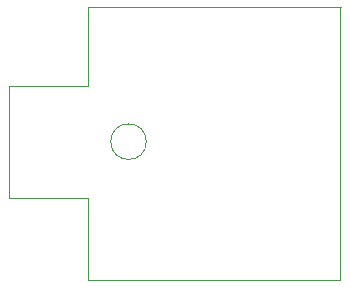
<source format=gbr>
%TF.GenerationSoftware,KiCad,Pcbnew,5.1.9+dfsg1-1*%
%TF.CreationDate,2022-06-22T08:53:19+01:00*%
%TF.ProjectId,ds_lite_clicky_d_pad,64735f6c-6974-4655-9f63-6c69636b795f,rev?*%
%TF.SameCoordinates,Original*%
%TF.FileFunction,Profile,NP*%
%FSLAX46Y46*%
G04 Gerber Fmt 4.6, Leading zero omitted, Abs format (unit mm)*
G04 Created by KiCad (PCBNEW 5.1.9+dfsg1-1) date 2022-06-22 08:53:19*
%MOMM*%
%LPD*%
G01*
G04 APERTURE LIST*
%TA.AperFunction,Profile*%
%ADD10C,0.050000*%
%TD*%
G04 APERTURE END LIST*
D10*
X139659360Y-105496360D02*
X139948920Y-105496360D01*
X139659360Y-82382360D02*
X140004800Y-82382360D01*
X139659360Y-98552000D02*
X139659360Y-98760280D01*
X132902960Y-89118440D02*
X132902960Y-89651840D01*
X160949640Y-104749600D02*
X160949640Y-105496360D01*
X160949640Y-104749600D02*
X160949640Y-82377280D01*
X144564338Y-93797120D02*
G75*
G03*
X144564338Y-93797120I-1506458J0D01*
G01*
X139948920Y-105496360D02*
X160949640Y-105496360D01*
X140004800Y-82382360D02*
X161005520Y-82382360D01*
X139659360Y-105496360D02*
X139659360Y-98760280D01*
X139659360Y-89118440D02*
X139659360Y-82382360D01*
X132902960Y-98552000D02*
X139659360Y-98552000D01*
X132902960Y-89118440D02*
X139659360Y-89118440D01*
X132902960Y-89651840D02*
X132902960Y-98552000D01*
M02*

</source>
